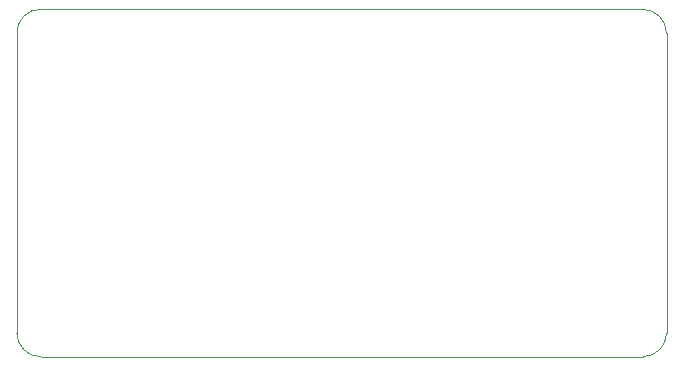
<source format=gm1>
G04 #@! TF.GenerationSoftware,KiCad,Pcbnew,(6.99.0-2815-gbbc0c61ccb)*
G04 #@! TF.CreationDate,2023-01-22T02:42:31+07:00*
G04 #@! TF.ProjectId,ESP32-MODBUS-RS485-SHIELD,45535033-322d-44d4-9f44-4255532d5253,rev?*
G04 #@! TF.SameCoordinates,Original*
G04 #@! TF.FileFunction,Profile,NP*
%FSLAX46Y46*%
G04 Gerber Fmt 4.6, Leading zero omitted, Abs format (unit mm)*
G04 Created by KiCad (PCBNEW (6.99.0-2815-gbbc0c61ccb)) date 2023-01-22 02:42:31*
%MOMM*%
%LPD*%
G01*
G04 APERTURE LIST*
G04 #@! TA.AperFunction,Profile*
%ADD10C,0.100000*%
G04 #@! TD*
G04 APERTURE END LIST*
D10*
X118900904Y-79502701D02*
G75*
G03*
X116850000Y-81625000I-47504J-2006199D01*
G01*
X169850000Y-108925000D02*
X118850000Y-108925000D01*
X116850000Y-106925000D02*
G75*
G03*
X118850000Y-108925000I2000000J0D01*
G01*
X171850000Y-81525000D02*
G75*
G03*
X169850000Y-79525000I-2000000J0D01*
G01*
X171850000Y-81525000D02*
X171850000Y-106925000D01*
X116850000Y-106925000D02*
X116850000Y-81625000D01*
X118900905Y-79502674D02*
X169850000Y-79525000D01*
X169850000Y-108925000D02*
G75*
G03*
X171850000Y-106925000I0J2000000D01*
G01*
M02*

</source>
